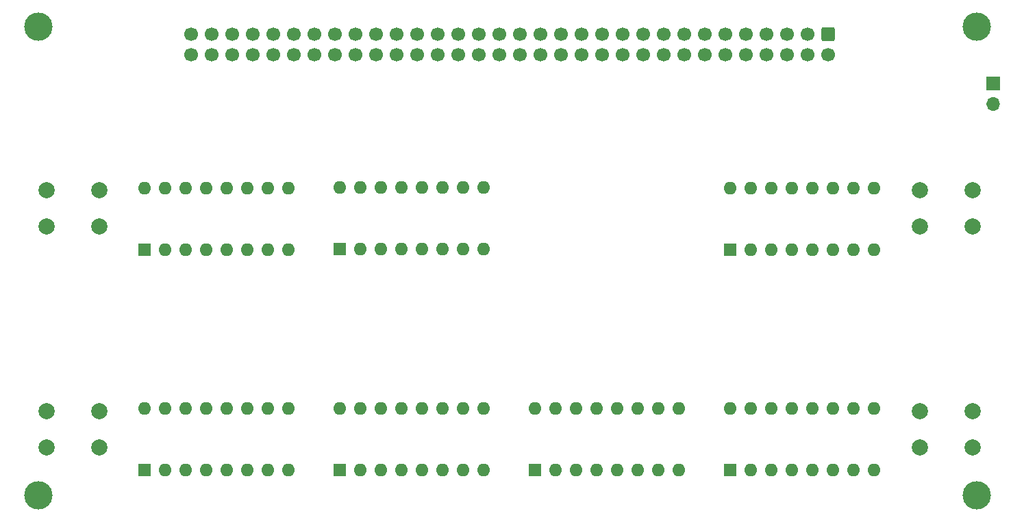
<source format=gbr>
%TF.GenerationSoftware,KiCad,Pcbnew,7.0.1*%
%TF.CreationDate,2023-08-25T15:29:08+01:00*%
%TF.ProjectId,Control_panel,436f6e74-726f-46c5-9f70-616e656c2e6b,rev?*%
%TF.SameCoordinates,Original*%
%TF.FileFunction,Soldermask,Bot*%
%TF.FilePolarity,Negative*%
%FSLAX46Y46*%
G04 Gerber Fmt 4.6, Leading zero omitted, Abs format (unit mm)*
G04 Created by KiCad (PCBNEW 7.0.1) date 2023-08-25 15:29:08*
%MOMM*%
%LPD*%
G01*
G04 APERTURE LIST*
G04 Aperture macros list*
%AMRoundRect*
0 Rectangle with rounded corners*
0 $1 Rounding radius*
0 $2 $3 $4 $5 $6 $7 $8 $9 X,Y pos of 4 corners*
0 Add a 4 corners polygon primitive as box body*
4,1,4,$2,$3,$4,$5,$6,$7,$8,$9,$2,$3,0*
0 Add four circle primitives for the rounded corners*
1,1,$1+$1,$2,$3*
1,1,$1+$1,$4,$5*
1,1,$1+$1,$6,$7*
1,1,$1+$1,$8,$9*
0 Add four rect primitives between the rounded corners*
20,1,$1+$1,$2,$3,$4,$5,0*
20,1,$1+$1,$4,$5,$6,$7,0*
20,1,$1+$1,$6,$7,$8,$9,0*
20,1,$1+$1,$8,$9,$2,$3,0*%
G04 Aperture macros list end*
%ADD10R,1.600000X1.600000*%
%ADD11O,1.600000X1.600000*%
%ADD12C,3.500000*%
%ADD13C,2.000000*%
%ADD14RoundRect,0.250000X-0.600000X0.600000X-0.600000X-0.600000X0.600000X-0.600000X0.600000X0.600000X0*%
%ADD15C,1.700000*%
%ADD16R,1.700000X1.700000*%
%ADD17O,1.700000X1.700000*%
G04 APERTURE END LIST*
D10*
%TO.C,SW9*%
X135255000Y-95885000D03*
D11*
X137795000Y-95885000D03*
X140335000Y-95885000D03*
X142875000Y-95885000D03*
X145415000Y-95885000D03*
X147955000Y-95885000D03*
X150495000Y-95885000D03*
X153035000Y-95885000D03*
X153035000Y-88265000D03*
X150495000Y-88265000D03*
X147955000Y-88265000D03*
X145415000Y-88265000D03*
X142875000Y-88265000D03*
X140335000Y-88265000D03*
X137795000Y-88265000D03*
X135255000Y-88265000D03*
%TD*%
D10*
%TO.C,SW11*%
X183515000Y-95885000D03*
D11*
X186055000Y-95885000D03*
X188595000Y-95885000D03*
X191135000Y-95885000D03*
X193675000Y-95885000D03*
X196215000Y-95885000D03*
X198755000Y-95885000D03*
X201295000Y-95885000D03*
X201295000Y-88265000D03*
X198755000Y-88265000D03*
X196215000Y-88265000D03*
X193675000Y-88265000D03*
X191135000Y-88265000D03*
X188595000Y-88265000D03*
X186055000Y-88265000D03*
X183515000Y-88265000D03*
%TD*%
D10*
%TO.C,SW8*%
X111125000Y-95885000D03*
D11*
X113665000Y-95885000D03*
X116205000Y-95885000D03*
X118745000Y-95885000D03*
X121285000Y-95885000D03*
X123825000Y-95885000D03*
X126365000Y-95885000D03*
X128905000Y-95885000D03*
X128905000Y-88265000D03*
X126365000Y-88265000D03*
X123825000Y-88265000D03*
X121285000Y-88265000D03*
X118745000Y-88265000D03*
X116205000Y-88265000D03*
X113665000Y-88265000D03*
X111125000Y-88265000D03*
%TD*%
D12*
%TO.C,H4*%
X214000000Y-99000000D03*
%TD*%
D13*
%TO.C,SW2*%
X213435000Y-93055000D03*
X206935000Y-93055000D03*
X213435000Y-88555000D03*
X206935000Y-88555000D03*
%TD*%
%TO.C,SW3*%
X105485000Y-65750000D03*
X98985000Y-65750000D03*
X105485000Y-61250000D03*
X98985000Y-61250000D03*
%TD*%
%TO.C,SW1*%
X105485000Y-93055000D03*
X98985000Y-93055000D03*
X105485000Y-88555000D03*
X98985000Y-88555000D03*
%TD*%
D10*
%TO.C,SW6*%
X135245000Y-68537500D03*
D11*
X137785000Y-68537500D03*
X140325000Y-68537500D03*
X142865000Y-68537500D03*
X145405000Y-68537500D03*
X147945000Y-68537500D03*
X150485000Y-68537500D03*
X153025000Y-68537500D03*
X153025000Y-60917500D03*
X150485000Y-60917500D03*
X147945000Y-60917500D03*
X145405000Y-60917500D03*
X142865000Y-60917500D03*
X140325000Y-60917500D03*
X137785000Y-60917500D03*
X135245000Y-60917500D03*
%TD*%
D12*
%TO.C,H1*%
X98000000Y-41000000D03*
%TD*%
D14*
%TO.C,J1*%
X195580000Y-41910000D03*
D15*
X195580000Y-44450000D03*
X193040000Y-41910000D03*
X193040000Y-44450000D03*
X190500000Y-41910000D03*
X190500000Y-44450000D03*
X187960000Y-41910000D03*
X187960000Y-44450000D03*
X185420000Y-41910000D03*
X185420000Y-44450000D03*
X182880000Y-41910000D03*
X182880000Y-44450000D03*
X180340000Y-41910000D03*
X180340000Y-44450000D03*
X177800000Y-41910000D03*
X177800000Y-44450000D03*
X175260000Y-41910000D03*
X175260000Y-44450000D03*
X172720000Y-41910000D03*
X172720000Y-44450000D03*
X170180000Y-41910000D03*
X170180000Y-44450000D03*
X167640000Y-41910000D03*
X167640000Y-44450000D03*
X165100000Y-41910000D03*
X165100000Y-44450000D03*
X162560000Y-41910000D03*
X162560000Y-44450000D03*
X160020000Y-41910000D03*
X160020000Y-44450000D03*
X157480000Y-41910000D03*
X157480000Y-44450000D03*
X154940000Y-41910000D03*
X154940000Y-44450000D03*
X152400000Y-41910000D03*
X152400000Y-44450000D03*
X149860000Y-41910000D03*
X149860000Y-44450000D03*
X147320000Y-41910000D03*
X147320000Y-44450000D03*
X144780000Y-41910000D03*
X144780000Y-44450000D03*
X142240000Y-41910000D03*
X142240000Y-44450000D03*
X139700000Y-41910000D03*
X139700000Y-44450000D03*
X137160000Y-41910000D03*
X137160000Y-44450000D03*
X134620000Y-41910000D03*
X134620000Y-44450000D03*
X132080000Y-41910000D03*
X132080000Y-44450000D03*
X129540000Y-41910000D03*
X129540000Y-44450000D03*
X127000000Y-41910000D03*
X127000000Y-44450000D03*
X124460000Y-41910000D03*
X124460000Y-44450000D03*
X121920000Y-41910000D03*
X121920000Y-44450000D03*
X119380000Y-41910000D03*
X119380000Y-44450000D03*
X116840000Y-41910000D03*
X116840000Y-44450000D03*
%TD*%
D12*
%TO.C,H3*%
X98000000Y-99000000D03*
%TD*%
D10*
%TO.C,SW10*%
X159385000Y-95842500D03*
D11*
X161925000Y-95842500D03*
X164465000Y-95842500D03*
X167005000Y-95842500D03*
X169545000Y-95842500D03*
X172085000Y-95842500D03*
X174625000Y-95842500D03*
X177165000Y-95842500D03*
X177165000Y-88222500D03*
X174625000Y-88222500D03*
X172085000Y-88222500D03*
X169545000Y-88222500D03*
X167005000Y-88222500D03*
X164465000Y-88222500D03*
X161925000Y-88222500D03*
X159385000Y-88222500D03*
%TD*%
D10*
%TO.C,SW5*%
X111125000Y-68580000D03*
D11*
X113665000Y-68580000D03*
X116205000Y-68580000D03*
X118745000Y-68580000D03*
X121285000Y-68580000D03*
X123825000Y-68580000D03*
X126365000Y-68580000D03*
X128905000Y-68580000D03*
X128905000Y-60960000D03*
X126365000Y-60960000D03*
X123825000Y-60960000D03*
X121285000Y-60960000D03*
X118745000Y-60960000D03*
X116205000Y-60960000D03*
X113665000Y-60960000D03*
X111125000Y-60960000D03*
%TD*%
D13*
%TO.C,SW4*%
X213435000Y-65750000D03*
X206935000Y-65750000D03*
X213435000Y-61250000D03*
X206935000Y-61250000D03*
%TD*%
D12*
%TO.C,H2*%
X214000000Y-41000000D03*
%TD*%
D10*
%TO.C,SW7*%
X183515000Y-68580000D03*
D11*
X186055000Y-68580000D03*
X188595000Y-68580000D03*
X191135000Y-68580000D03*
X193675000Y-68580000D03*
X196215000Y-68580000D03*
X198755000Y-68580000D03*
X201295000Y-68580000D03*
X201295000Y-60960000D03*
X198755000Y-60960000D03*
X196215000Y-60960000D03*
X193675000Y-60960000D03*
X191135000Y-60960000D03*
X188595000Y-60960000D03*
X186055000Y-60960000D03*
X183515000Y-60960000D03*
%TD*%
D16*
%TO.C,J2*%
X216000000Y-48000000D03*
D17*
X216000000Y-50540000D03*
%TD*%
M02*

</source>
